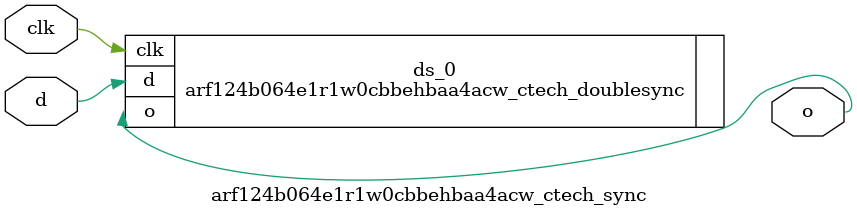
<source format=sv>

`ifndef ARF124B064E1R1W0CBBEHBAA4ACW_CTECH_SYNC_SV
`define ARF124B064E1R1W0CBBEHBAA4ACW_CTECH_SYNC_SV

module arf124b064e1r1w0cbbehbaa4acw_ctech_sync (
  input  logic  clk,
  input  logic  d,

  output logic  o
);

  arf124b064e1r1w0cbbehbaa4acw_ctech_doublesync ds_0 (.o(o), .d(d), .clk(clk));

endmodule // arf124b064e1r1w0cbbehbaa4acw_ctech_sync

`endif // ARF124B064E1R1W0CBBEHBAA4ACW_CTECH_SYNC_SV
</source>
